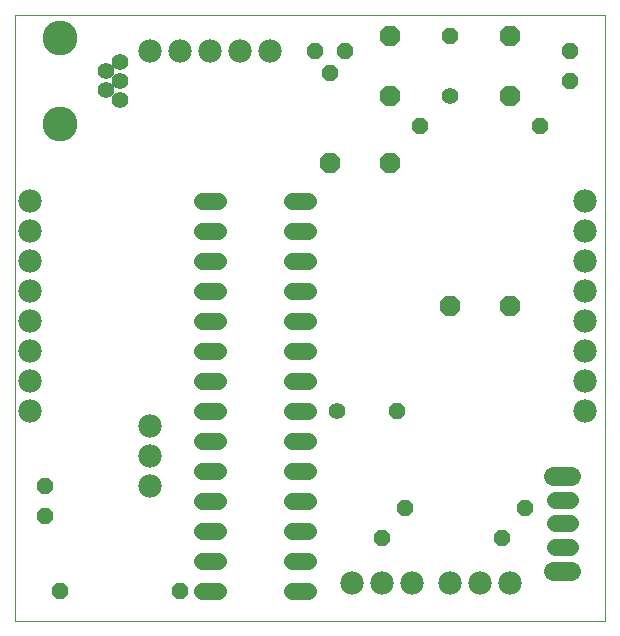
<source format=gts>
G75*
%MOIN*%
%OFA0B0*%
%FSLAX25Y25*%
%IPPOS*%
%LPD*%
%AMOC8*
5,1,8,0,0,1.08239X$1,22.5*
%
%ADD10C,0.00000*%
%ADD11OC8,0.06700*%
%ADD12C,0.07800*%
%ADD13OC8,0.05600*%
%ADD14C,0.05600*%
%ADD15C,0.05550*%
%ADD16C,0.11620*%
%ADD17C,0.05600*%
%ADD18C,0.05550*%
%ADD19C,0.06337*%
D10*
X0001800Y0002367D02*
X0001800Y0204217D01*
X0198650Y0204217D01*
X0198650Y0002367D01*
X0001800Y0002367D01*
D11*
X0146800Y0107367D03*
X0166800Y0107367D03*
X0126800Y0154867D03*
X0106800Y0154867D03*
X0126800Y0177367D03*
X0126800Y0197367D03*
X0166800Y0197367D03*
X0166800Y0177367D03*
D12*
X0191800Y0142367D03*
X0191800Y0132367D03*
X0191800Y0122367D03*
X0191800Y0112367D03*
X0191800Y0102367D03*
X0191800Y0092367D03*
X0191800Y0082367D03*
X0191800Y0072367D03*
X0166800Y0014867D03*
X0156800Y0014867D03*
X0146800Y0014867D03*
X0134300Y0014867D03*
X0124300Y0014867D03*
X0114300Y0014867D03*
X0046800Y0047367D03*
X0046800Y0057367D03*
X0046800Y0067367D03*
X0006800Y0072367D03*
X0006800Y0082367D03*
X0006800Y0092367D03*
X0006800Y0102367D03*
X0006800Y0112367D03*
X0006800Y0122367D03*
X0006800Y0132367D03*
X0006800Y0142367D03*
X0046800Y0192367D03*
X0056800Y0192367D03*
X0066800Y0192367D03*
X0076800Y0192367D03*
X0086800Y0192367D03*
D13*
X0101800Y0192367D03*
X0106800Y0184867D03*
X0111800Y0192367D03*
X0136800Y0167367D03*
X0146800Y0197367D03*
X0176800Y0167367D03*
X0186800Y0182367D03*
X0186800Y0192367D03*
X0129300Y0072367D03*
X0131800Y0039867D03*
X0124300Y0029867D03*
X0164300Y0029867D03*
X0171800Y0039867D03*
X0056800Y0012367D03*
X0016800Y0012367D03*
X0011800Y0037367D03*
X0011800Y0047367D03*
D14*
X0064200Y0052367D02*
X0069400Y0052367D01*
X0069400Y0062367D02*
X0064200Y0062367D01*
X0064200Y0072367D02*
X0069400Y0072367D01*
X0069400Y0082367D02*
X0064200Y0082367D01*
X0064200Y0092367D02*
X0069400Y0092367D01*
X0069400Y0102367D02*
X0064200Y0102367D01*
X0064200Y0112367D02*
X0069400Y0112367D01*
X0069400Y0122367D02*
X0064200Y0122367D01*
X0064200Y0132367D02*
X0069400Y0132367D01*
X0069400Y0142367D02*
X0064200Y0142367D01*
X0094200Y0142367D02*
X0099400Y0142367D01*
X0099400Y0132367D02*
X0094200Y0132367D01*
X0094200Y0122367D02*
X0099400Y0122367D01*
X0099400Y0112367D02*
X0094200Y0112367D01*
X0094200Y0102367D02*
X0099400Y0102367D01*
X0099400Y0092367D02*
X0094200Y0092367D01*
X0094200Y0082367D02*
X0099400Y0082367D01*
X0099400Y0072367D02*
X0094200Y0072367D01*
X0094200Y0062367D02*
X0099400Y0062367D01*
X0099400Y0052367D02*
X0094200Y0052367D01*
X0094200Y0042367D02*
X0099400Y0042367D01*
X0099400Y0032367D02*
X0094200Y0032367D01*
X0094200Y0022367D02*
X0099400Y0022367D01*
X0099400Y0012367D02*
X0094200Y0012367D01*
X0069400Y0012367D02*
X0064200Y0012367D01*
X0064200Y0022367D02*
X0069400Y0022367D01*
X0069400Y0032367D02*
X0064200Y0032367D01*
X0064200Y0042367D02*
X0069400Y0042367D01*
D15*
X0036879Y0176067D03*
X0032154Y0179217D03*
X0036879Y0182367D03*
X0032154Y0185516D03*
X0036879Y0188666D03*
D16*
X0016800Y0196737D03*
X0016800Y0167997D03*
D17*
X0109300Y0072367D03*
X0146800Y0177367D03*
D18*
X0181725Y0042741D02*
X0186875Y0042741D01*
X0186875Y0034867D02*
X0181725Y0034867D01*
X0181725Y0026993D02*
X0186875Y0026993D01*
D19*
X0187269Y0019119D02*
X0181331Y0019119D01*
X0181331Y0050615D02*
X0187269Y0050615D01*
M02*

</source>
